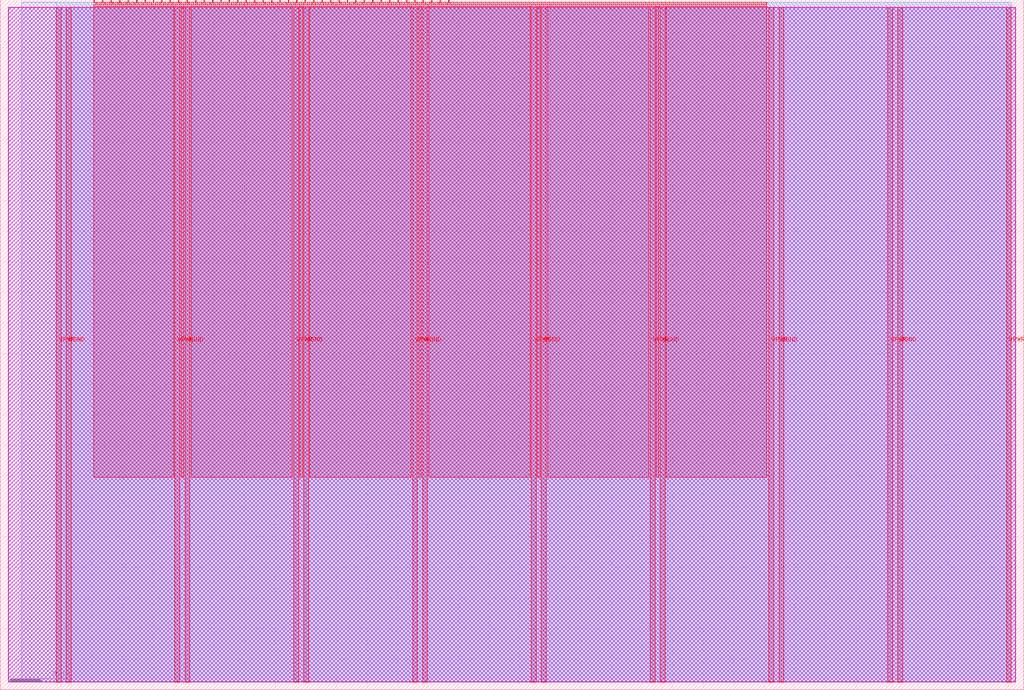
<source format=lef>
VERSION 5.7 ;
  NOWIREEXTENSIONATPIN ON ;
  DIVIDERCHAR "/" ;
  BUSBITCHARS "[]" ;
MACRO tt_um_nitelich_riscyjr
  CLASS BLOCK ;
  FOREIGN tt_um_nitelich_riscyjr ;
  ORIGIN 0.000 0.000 ;
  SIZE 334.880 BY 225.760 ;
  PIN VGND
    DIRECTION INOUT ;
    USE GROUND ;
    PORT
      LAYER met4 ;
        RECT 21.580 2.480 23.180 223.280 ;
    END
    PORT
      LAYER met4 ;
        RECT 60.450 2.480 62.050 223.280 ;
    END
    PORT
      LAYER met4 ;
        RECT 99.320 2.480 100.920 223.280 ;
    END
    PORT
      LAYER met4 ;
        RECT 138.190 2.480 139.790 223.280 ;
    END
    PORT
      LAYER met4 ;
        RECT 177.060 2.480 178.660 223.280 ;
    END
    PORT
      LAYER met4 ;
        RECT 215.930 2.480 217.530 223.280 ;
    END
    PORT
      LAYER met4 ;
        RECT 254.800 2.480 256.400 223.280 ;
    END
    PORT
      LAYER met4 ;
        RECT 293.670 2.480 295.270 223.280 ;
    END
  END VGND
  PIN VPWR
    DIRECTION INOUT ;
    USE POWER ;
    PORT
      LAYER met4 ;
        RECT 18.280 2.480 19.880 223.280 ;
    END
    PORT
      LAYER met4 ;
        RECT 57.150 2.480 58.750 223.280 ;
    END
    PORT
      LAYER met4 ;
        RECT 96.020 2.480 97.620 223.280 ;
    END
    PORT
      LAYER met4 ;
        RECT 134.890 2.480 136.490 223.280 ;
    END
    PORT
      LAYER met4 ;
        RECT 173.760 2.480 175.360 223.280 ;
    END
    PORT
      LAYER met4 ;
        RECT 212.630 2.480 214.230 223.280 ;
    END
    PORT
      LAYER met4 ;
        RECT 251.500 2.480 253.100 223.280 ;
    END
    PORT
      LAYER met4 ;
        RECT 290.370 2.480 291.970 223.280 ;
    END
    PORT
      LAYER met4 ;
        RECT 329.240 2.480 330.840 223.280 ;
    END
  END VPWR
  PIN clk
    DIRECTION INPUT ;
    USE SIGNAL ;
    ANTENNAGATEAREA 0.852000 ;
    PORT
      LAYER met4 ;
        RECT 143.830 224.760 144.130 225.760 ;
    END
  END clk
  PIN ena
    DIRECTION INPUT ;
    USE SIGNAL ;
    ANTENNAGATEAREA 0.196500 ;
    PORT
      LAYER met4 ;
        RECT 146.590 224.760 146.890 225.760 ;
    END
  END ena
  PIN rst_n
    DIRECTION INPUT ;
    USE SIGNAL ;
    ANTENNAGATEAREA 0.196500 ;
    PORT
      LAYER met4 ;
        RECT 141.070 224.760 141.370 225.760 ;
    END
  END rst_n
  PIN ui_in[0]
    DIRECTION INPUT ;
    USE SIGNAL ;
    ANTENNAGATEAREA 0.196500 ;
    PORT
      LAYER met4 ;
        RECT 138.310 224.760 138.610 225.760 ;
    END
  END ui_in[0]
  PIN ui_in[1]
    DIRECTION INPUT ;
    USE SIGNAL ;
    ANTENNAGATEAREA 0.196500 ;
    PORT
      LAYER met4 ;
        RECT 135.550 224.760 135.850 225.760 ;
    END
  END ui_in[1]
  PIN ui_in[2]
    DIRECTION INPUT ;
    USE SIGNAL ;
    ANTENNAGATEAREA 0.196500 ;
    PORT
      LAYER met4 ;
        RECT 132.790 224.760 133.090 225.760 ;
    END
  END ui_in[2]
  PIN ui_in[3]
    DIRECTION INPUT ;
    USE SIGNAL ;
    ANTENNAGATEAREA 0.196500 ;
    PORT
      LAYER met4 ;
        RECT 130.030 224.760 130.330 225.760 ;
    END
  END ui_in[3]
  PIN ui_in[4]
    DIRECTION INPUT ;
    USE SIGNAL ;
    ANTENNAGATEAREA 0.196500 ;
    PORT
      LAYER met4 ;
        RECT 127.270 224.760 127.570 225.760 ;
    END
  END ui_in[4]
  PIN ui_in[5]
    DIRECTION INPUT ;
    USE SIGNAL ;
    ANTENNAGATEAREA 0.196500 ;
    PORT
      LAYER met4 ;
        RECT 124.510 224.760 124.810 225.760 ;
    END
  END ui_in[5]
  PIN ui_in[6]
    DIRECTION INPUT ;
    USE SIGNAL ;
    ANTENNAGATEAREA 0.196500 ;
    PORT
      LAYER met4 ;
        RECT 121.750 224.760 122.050 225.760 ;
    END
  END ui_in[6]
  PIN ui_in[7]
    DIRECTION INPUT ;
    USE SIGNAL ;
    ANTENNAGATEAREA 0.196500 ;
    PORT
      LAYER met4 ;
        RECT 118.990 224.760 119.290 225.760 ;
    END
  END ui_in[7]
  PIN uio_in[0]
    DIRECTION INPUT ;
    USE SIGNAL ;
    PORT
      LAYER met4 ;
        RECT 116.230 224.760 116.530 225.760 ;
    END
  END uio_in[0]
  PIN uio_in[1]
    DIRECTION INPUT ;
    USE SIGNAL ;
    PORT
      LAYER met4 ;
        RECT 113.470 224.760 113.770 225.760 ;
    END
  END uio_in[1]
  PIN uio_in[2]
    DIRECTION INPUT ;
    USE SIGNAL ;
    ANTENNAGATEAREA 0.213000 ;
    PORT
      LAYER met4 ;
        RECT 110.710 224.760 111.010 225.760 ;
    END
  END uio_in[2]
  PIN uio_in[3]
    DIRECTION INPUT ;
    USE SIGNAL ;
    PORT
      LAYER met4 ;
        RECT 107.950 224.760 108.250 225.760 ;
    END
  END uio_in[3]
  PIN uio_in[4]
    DIRECTION INPUT ;
    USE SIGNAL ;
    ANTENNAGATEAREA 0.196500 ;
    PORT
      LAYER met4 ;
        RECT 105.190 224.760 105.490 225.760 ;
    END
  END uio_in[4]
  PIN uio_in[5]
    DIRECTION INPUT ;
    USE SIGNAL ;
    PORT
      LAYER met4 ;
        RECT 102.430 224.760 102.730 225.760 ;
    END
  END uio_in[5]
  PIN uio_in[6]
    DIRECTION INPUT ;
    USE SIGNAL ;
    ANTENNAGATEAREA 0.196500 ;
    PORT
      LAYER met4 ;
        RECT 99.670 224.760 99.970 225.760 ;
    END
  END uio_in[6]
  PIN uio_in[7]
    DIRECTION INPUT ;
    USE SIGNAL ;
    PORT
      LAYER met4 ;
        RECT 96.910 224.760 97.210 225.760 ;
    END
  END uio_in[7]
  PIN uio_oe[0]
    DIRECTION OUTPUT ;
    USE SIGNAL ;
    PORT
      LAYER met4 ;
        RECT 49.990 224.760 50.290 225.760 ;
    END
  END uio_oe[0]
  PIN uio_oe[1]
    DIRECTION OUTPUT ;
    USE SIGNAL ;
    PORT
      LAYER met4 ;
        RECT 47.230 224.760 47.530 225.760 ;
    END
  END uio_oe[1]
  PIN uio_oe[2]
    DIRECTION OUTPUT ;
    USE SIGNAL ;
    PORT
      LAYER met4 ;
        RECT 44.470 224.760 44.770 225.760 ;
    END
  END uio_oe[2]
  PIN uio_oe[3]
    DIRECTION OUTPUT ;
    USE SIGNAL ;
    PORT
      LAYER met4 ;
        RECT 41.710 224.760 42.010 225.760 ;
    END
  END uio_oe[3]
  PIN uio_oe[4]
    DIRECTION OUTPUT ;
    USE SIGNAL ;
    PORT
      LAYER met4 ;
        RECT 38.950 224.760 39.250 225.760 ;
    END
  END uio_oe[4]
  PIN uio_oe[5]
    DIRECTION OUTPUT ;
    USE SIGNAL ;
    PORT
      LAYER met4 ;
        RECT 36.190 224.760 36.490 225.760 ;
    END
  END uio_oe[5]
  PIN uio_oe[6]
    DIRECTION OUTPUT ;
    USE SIGNAL ;
    PORT
      LAYER met4 ;
        RECT 33.430 224.760 33.730 225.760 ;
    END
  END uio_oe[6]
  PIN uio_oe[7]
    DIRECTION OUTPUT ;
    USE SIGNAL ;
    PORT
      LAYER met4 ;
        RECT 30.670 224.760 30.970 225.760 ;
    END
  END uio_oe[7]
  PIN uio_out[0]
    DIRECTION OUTPUT ;
    USE SIGNAL ;
    ANTENNADIFFAREA 0.445500 ;
    PORT
      LAYER met4 ;
        RECT 72.070 224.760 72.370 225.760 ;
    END
  END uio_out[0]
  PIN uio_out[1]
    DIRECTION OUTPUT ;
    USE SIGNAL ;
    ANTENNADIFFAREA 0.445500 ;
    PORT
      LAYER met4 ;
        RECT 69.310 224.760 69.610 225.760 ;
    END
  END uio_out[1]
  PIN uio_out[2]
    DIRECTION OUTPUT ;
    USE SIGNAL ;
    PORT
      LAYER met4 ;
        RECT 66.550 224.760 66.850 225.760 ;
    END
  END uio_out[2]
  PIN uio_out[3]
    DIRECTION OUTPUT ;
    USE SIGNAL ;
    ANTENNADIFFAREA 0.445500 ;
    PORT
      LAYER met4 ;
        RECT 63.790 224.760 64.090 225.760 ;
    END
  END uio_out[3]
  PIN uio_out[4]
    DIRECTION OUTPUT ;
    USE SIGNAL ;
    PORT
      LAYER met4 ;
        RECT 61.030 224.760 61.330 225.760 ;
    END
  END uio_out[4]
  PIN uio_out[5]
    DIRECTION OUTPUT ;
    USE SIGNAL ;
    ANTENNADIFFAREA 0.445500 ;
    PORT
      LAYER met4 ;
        RECT 58.270 224.760 58.570 225.760 ;
    END
  END uio_out[5]
  PIN uio_out[6]
    DIRECTION OUTPUT ;
    USE SIGNAL ;
    PORT
      LAYER met4 ;
        RECT 55.510 224.760 55.810 225.760 ;
    END
  END uio_out[6]
  PIN uio_out[7]
    DIRECTION OUTPUT ;
    USE SIGNAL ;
    ANTENNADIFFAREA 0.445500 ;
    PORT
      LAYER met4 ;
        RECT 52.750 224.760 53.050 225.760 ;
    END
  END uio_out[7]
  PIN uo_out[0]
    DIRECTION OUTPUT ;
    USE SIGNAL ;
    ANTENNADIFFAREA 0.445500 ;
    PORT
      LAYER met4 ;
        RECT 94.150 224.760 94.450 225.760 ;
    END
  END uo_out[0]
  PIN uo_out[1]
    DIRECTION OUTPUT ;
    USE SIGNAL ;
    ANTENNADIFFAREA 0.445500 ;
    PORT
      LAYER met4 ;
        RECT 91.390 224.760 91.690 225.760 ;
    END
  END uo_out[1]
  PIN uo_out[2]
    DIRECTION OUTPUT ;
    USE SIGNAL ;
    ANTENNADIFFAREA 0.445500 ;
    PORT
      LAYER met4 ;
        RECT 88.630 224.760 88.930 225.760 ;
    END
  END uo_out[2]
  PIN uo_out[3]
    DIRECTION OUTPUT ;
    USE SIGNAL ;
    ANTENNADIFFAREA 0.445500 ;
    PORT
      LAYER met4 ;
        RECT 85.870 224.760 86.170 225.760 ;
    END
  END uo_out[3]
  PIN uo_out[4]
    DIRECTION OUTPUT ;
    USE SIGNAL ;
    ANTENNADIFFAREA 0.445500 ;
    PORT
      LAYER met4 ;
        RECT 83.110 224.760 83.410 225.760 ;
    END
  END uo_out[4]
  PIN uo_out[5]
    DIRECTION OUTPUT ;
    USE SIGNAL ;
    ANTENNADIFFAREA 0.445500 ;
    PORT
      LAYER met4 ;
        RECT 80.350 224.760 80.650 225.760 ;
    END
  END uo_out[5]
  PIN uo_out[6]
    DIRECTION OUTPUT ;
    USE SIGNAL ;
    ANTENNADIFFAREA 0.445500 ;
    PORT
      LAYER met4 ;
        RECT 77.590 224.760 77.890 225.760 ;
    END
  END uo_out[6]
  PIN uo_out[7]
    DIRECTION OUTPUT ;
    USE SIGNAL ;
    ANTENNADIFFAREA 0.445500 ;
    PORT
      LAYER met4 ;
        RECT 74.830 224.760 75.130 225.760 ;
    END
  END uo_out[7]
  OBS
      LAYER nwell ;
        RECT 2.570 2.635 332.310 223.230 ;
      LAYER li1 ;
        RECT 2.760 2.635 332.120 223.125 ;
      LAYER met1 ;
        RECT 2.760 2.480 332.120 223.280 ;
      LAYER met2 ;
        RECT 7.000 2.535 330.810 224.925 ;
      LAYER met3 ;
        RECT 18.290 2.555 330.830 224.905 ;
      LAYER met4 ;
        RECT 31.370 224.360 33.030 224.905 ;
        RECT 34.130 224.360 35.790 224.905 ;
        RECT 36.890 224.360 38.550 224.905 ;
        RECT 39.650 224.360 41.310 224.905 ;
        RECT 42.410 224.360 44.070 224.905 ;
        RECT 45.170 224.360 46.830 224.905 ;
        RECT 47.930 224.360 49.590 224.905 ;
        RECT 50.690 224.360 52.350 224.905 ;
        RECT 53.450 224.360 55.110 224.905 ;
        RECT 56.210 224.360 57.870 224.905 ;
        RECT 58.970 224.360 60.630 224.905 ;
        RECT 61.730 224.360 63.390 224.905 ;
        RECT 64.490 224.360 66.150 224.905 ;
        RECT 67.250 224.360 68.910 224.905 ;
        RECT 70.010 224.360 71.670 224.905 ;
        RECT 72.770 224.360 74.430 224.905 ;
        RECT 75.530 224.360 77.190 224.905 ;
        RECT 78.290 224.360 79.950 224.905 ;
        RECT 81.050 224.360 82.710 224.905 ;
        RECT 83.810 224.360 85.470 224.905 ;
        RECT 86.570 224.360 88.230 224.905 ;
        RECT 89.330 224.360 90.990 224.905 ;
        RECT 92.090 224.360 93.750 224.905 ;
        RECT 94.850 224.360 96.510 224.905 ;
        RECT 97.610 224.360 99.270 224.905 ;
        RECT 100.370 224.360 102.030 224.905 ;
        RECT 103.130 224.360 104.790 224.905 ;
        RECT 105.890 224.360 107.550 224.905 ;
        RECT 108.650 224.360 110.310 224.905 ;
        RECT 111.410 224.360 113.070 224.905 ;
        RECT 114.170 224.360 115.830 224.905 ;
        RECT 116.930 224.360 118.590 224.905 ;
        RECT 119.690 224.360 121.350 224.905 ;
        RECT 122.450 224.360 124.110 224.905 ;
        RECT 125.210 224.360 126.870 224.905 ;
        RECT 127.970 224.360 129.630 224.905 ;
        RECT 130.730 224.360 132.390 224.905 ;
        RECT 133.490 224.360 135.150 224.905 ;
        RECT 136.250 224.360 137.910 224.905 ;
        RECT 139.010 224.360 140.670 224.905 ;
        RECT 141.770 224.360 143.430 224.905 ;
        RECT 144.530 224.360 146.190 224.905 ;
        RECT 147.290 224.360 250.865 224.905 ;
        RECT 30.655 223.680 250.865 224.360 ;
        RECT 30.655 69.535 56.750 223.680 ;
        RECT 59.150 69.535 60.050 223.680 ;
        RECT 62.450 69.535 95.620 223.680 ;
        RECT 98.020 69.535 98.920 223.680 ;
        RECT 101.320 69.535 134.490 223.680 ;
        RECT 136.890 69.535 137.790 223.680 ;
        RECT 140.190 69.535 173.360 223.680 ;
        RECT 175.760 69.535 176.660 223.680 ;
        RECT 179.060 69.535 212.230 223.680 ;
        RECT 214.630 69.535 215.530 223.680 ;
        RECT 217.930 69.535 250.865 223.680 ;
  END
END tt_um_nitelich_riscyjr
END LIBRARY


</source>
